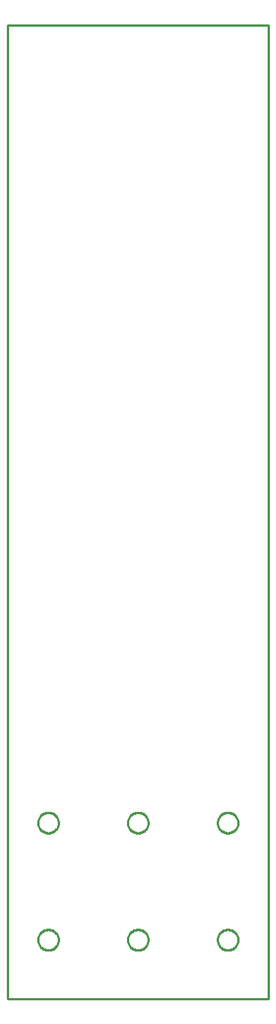
<source format=gbr>
G04 EAGLE Gerber RS-274X export*
G75*
%MOMM*%
%FSLAX34Y34*%
%LPD*%
%IN*%
%IPPOS*%
%AMOC8*
5,1,8,0,0,1.08239X$1,22.5*%
G01*
%ADD10C,0.254000*%


D10*
X0Y0D02*
X290000Y0D01*
X290000Y1080000D01*
X0Y1080000D01*
X0Y0D01*
X56430Y194551D02*
X56360Y193656D01*
X56219Y192768D01*
X56009Y191895D01*
X55732Y191041D01*
X55388Y190211D01*
X54980Y189411D01*
X54511Y188645D01*
X53983Y187918D01*
X53400Y187235D01*
X52765Y186600D01*
X52082Y186017D01*
X51355Y185489D01*
X50589Y185020D01*
X49789Y184612D01*
X48959Y184268D01*
X48105Y183991D01*
X47232Y183781D01*
X46345Y183640D01*
X45449Y183570D01*
X44551Y183570D01*
X43656Y183640D01*
X42768Y183781D01*
X41895Y183991D01*
X41041Y184268D01*
X40211Y184612D01*
X39411Y185020D01*
X38645Y185489D01*
X37918Y186017D01*
X37235Y186600D01*
X36600Y187235D01*
X36017Y187918D01*
X35489Y188645D01*
X35020Y189411D01*
X34612Y190211D01*
X34268Y191041D01*
X33991Y191895D01*
X33781Y192768D01*
X33640Y193656D01*
X33570Y194551D01*
X33570Y195449D01*
X33640Y196345D01*
X33781Y197232D01*
X33991Y198105D01*
X34268Y198959D01*
X34612Y199789D01*
X35020Y200589D01*
X35489Y201355D01*
X36017Y202082D01*
X36600Y202765D01*
X37235Y203400D01*
X37918Y203983D01*
X38645Y204511D01*
X39411Y204980D01*
X40211Y205388D01*
X41041Y205732D01*
X41895Y206009D01*
X42768Y206219D01*
X43656Y206360D01*
X44551Y206430D01*
X45449Y206430D01*
X46345Y206360D01*
X47232Y206219D01*
X48105Y206009D01*
X48959Y205732D01*
X49789Y205388D01*
X50589Y204980D01*
X51355Y204511D01*
X52082Y203983D01*
X52765Y203400D01*
X53400Y202765D01*
X53983Y202082D01*
X54511Y201355D01*
X54980Y200589D01*
X55388Y199789D01*
X55732Y198959D01*
X56009Y198105D01*
X56219Y197232D01*
X56360Y196345D01*
X56430Y195449D01*
X56430Y194551D01*
X156430Y194551D02*
X156360Y193656D01*
X156219Y192768D01*
X156009Y191895D01*
X155732Y191041D01*
X155388Y190211D01*
X154980Y189411D01*
X154511Y188645D01*
X153983Y187918D01*
X153400Y187235D01*
X152765Y186600D01*
X152082Y186017D01*
X151355Y185489D01*
X150589Y185020D01*
X149789Y184612D01*
X148959Y184268D01*
X148105Y183991D01*
X147232Y183781D01*
X146345Y183640D01*
X145449Y183570D01*
X144551Y183570D01*
X143656Y183640D01*
X142768Y183781D01*
X141895Y183991D01*
X141041Y184268D01*
X140211Y184612D01*
X139411Y185020D01*
X138645Y185489D01*
X137918Y186017D01*
X137235Y186600D01*
X136600Y187235D01*
X136017Y187918D01*
X135489Y188645D01*
X135020Y189411D01*
X134612Y190211D01*
X134268Y191041D01*
X133991Y191895D01*
X133781Y192768D01*
X133640Y193656D01*
X133570Y194551D01*
X133570Y195449D01*
X133640Y196345D01*
X133781Y197232D01*
X133991Y198105D01*
X134268Y198959D01*
X134612Y199789D01*
X135020Y200589D01*
X135489Y201355D01*
X136017Y202082D01*
X136600Y202765D01*
X137235Y203400D01*
X137918Y203983D01*
X138645Y204511D01*
X139411Y204980D01*
X140211Y205388D01*
X141041Y205732D01*
X141895Y206009D01*
X142768Y206219D01*
X143656Y206360D01*
X144551Y206430D01*
X145449Y206430D01*
X146345Y206360D01*
X147232Y206219D01*
X148105Y206009D01*
X148959Y205732D01*
X149789Y205388D01*
X150589Y204980D01*
X151355Y204511D01*
X152082Y203983D01*
X152765Y203400D01*
X153400Y202765D01*
X153983Y202082D01*
X154511Y201355D01*
X154980Y200589D01*
X155388Y199789D01*
X155732Y198959D01*
X156009Y198105D01*
X156219Y197232D01*
X156360Y196345D01*
X156430Y195449D01*
X156430Y194551D01*
X256430Y194551D02*
X256360Y193656D01*
X256219Y192768D01*
X256009Y191895D01*
X255732Y191041D01*
X255388Y190211D01*
X254980Y189411D01*
X254511Y188645D01*
X253983Y187918D01*
X253400Y187235D01*
X252765Y186600D01*
X252082Y186017D01*
X251355Y185489D01*
X250589Y185020D01*
X249789Y184612D01*
X248959Y184268D01*
X248105Y183991D01*
X247232Y183781D01*
X246345Y183640D01*
X245449Y183570D01*
X244551Y183570D01*
X243656Y183640D01*
X242768Y183781D01*
X241895Y183991D01*
X241041Y184268D01*
X240211Y184612D01*
X239411Y185020D01*
X238645Y185489D01*
X237918Y186017D01*
X237235Y186600D01*
X236600Y187235D01*
X236017Y187918D01*
X235489Y188645D01*
X235020Y189411D01*
X234612Y190211D01*
X234268Y191041D01*
X233991Y191895D01*
X233781Y192768D01*
X233640Y193656D01*
X233570Y194551D01*
X233570Y195449D01*
X233640Y196345D01*
X233781Y197232D01*
X233991Y198105D01*
X234268Y198959D01*
X234612Y199789D01*
X235020Y200589D01*
X235489Y201355D01*
X236017Y202082D01*
X236600Y202765D01*
X237235Y203400D01*
X237918Y203983D01*
X238645Y204511D01*
X239411Y204980D01*
X240211Y205388D01*
X241041Y205732D01*
X241895Y206009D01*
X242768Y206219D01*
X243656Y206360D01*
X244551Y206430D01*
X245449Y206430D01*
X246345Y206360D01*
X247232Y206219D01*
X248105Y206009D01*
X248959Y205732D01*
X249789Y205388D01*
X250589Y204980D01*
X251355Y204511D01*
X252082Y203983D01*
X252765Y203400D01*
X253400Y202765D01*
X253983Y202082D01*
X254511Y201355D01*
X254980Y200589D01*
X255388Y199789D01*
X255732Y198959D01*
X256009Y198105D01*
X256219Y197232D01*
X256360Y196345D01*
X256430Y195449D01*
X256430Y194551D01*
X33570Y65449D02*
X33640Y66345D01*
X33781Y67232D01*
X33991Y68105D01*
X34268Y68959D01*
X34612Y69789D01*
X35020Y70589D01*
X35489Y71355D01*
X36017Y72082D01*
X36600Y72765D01*
X37235Y73400D01*
X37918Y73983D01*
X38645Y74511D01*
X39411Y74980D01*
X40211Y75388D01*
X41041Y75732D01*
X41895Y76009D01*
X42768Y76219D01*
X43656Y76360D01*
X44551Y76430D01*
X45449Y76430D01*
X46345Y76360D01*
X47232Y76219D01*
X48105Y76009D01*
X48959Y75732D01*
X49789Y75388D01*
X50589Y74980D01*
X51355Y74511D01*
X52082Y73983D01*
X52765Y73400D01*
X53400Y72765D01*
X53983Y72082D01*
X54511Y71355D01*
X54980Y70589D01*
X55388Y69789D01*
X55732Y68959D01*
X56009Y68105D01*
X56219Y67232D01*
X56360Y66345D01*
X56430Y65449D01*
X56430Y64551D01*
X56360Y63656D01*
X56219Y62768D01*
X56009Y61895D01*
X55732Y61041D01*
X55388Y60211D01*
X54980Y59411D01*
X54511Y58645D01*
X53983Y57918D01*
X53400Y57235D01*
X52765Y56600D01*
X52082Y56017D01*
X51355Y55489D01*
X50589Y55020D01*
X49789Y54612D01*
X48959Y54268D01*
X48105Y53991D01*
X47232Y53781D01*
X46345Y53640D01*
X45449Y53570D01*
X44551Y53570D01*
X43656Y53640D01*
X42768Y53781D01*
X41895Y53991D01*
X41041Y54268D01*
X40211Y54612D01*
X39411Y55020D01*
X38645Y55489D01*
X37918Y56017D01*
X37235Y56600D01*
X36600Y57235D01*
X36017Y57918D01*
X35489Y58645D01*
X35020Y59411D01*
X34612Y60211D01*
X34268Y61041D01*
X33991Y61895D01*
X33781Y62768D01*
X33640Y63656D01*
X33570Y64551D01*
X33570Y65449D01*
X133570Y65449D02*
X133640Y66345D01*
X133781Y67232D01*
X133991Y68105D01*
X134268Y68959D01*
X134612Y69789D01*
X135020Y70589D01*
X135489Y71355D01*
X136017Y72082D01*
X136600Y72765D01*
X137235Y73400D01*
X137918Y73983D01*
X138645Y74511D01*
X139411Y74980D01*
X140211Y75388D01*
X141041Y75732D01*
X141895Y76009D01*
X142768Y76219D01*
X143656Y76360D01*
X144551Y76430D01*
X145449Y76430D01*
X146345Y76360D01*
X147232Y76219D01*
X148105Y76009D01*
X148959Y75732D01*
X149789Y75388D01*
X150589Y74980D01*
X151355Y74511D01*
X152082Y73983D01*
X152765Y73400D01*
X153400Y72765D01*
X153983Y72082D01*
X154511Y71355D01*
X154980Y70589D01*
X155388Y69789D01*
X155732Y68959D01*
X156009Y68105D01*
X156219Y67232D01*
X156360Y66345D01*
X156430Y65449D01*
X156430Y64551D01*
X156360Y63656D01*
X156219Y62768D01*
X156009Y61895D01*
X155732Y61041D01*
X155388Y60211D01*
X154980Y59411D01*
X154511Y58645D01*
X153983Y57918D01*
X153400Y57235D01*
X152765Y56600D01*
X152082Y56017D01*
X151355Y55489D01*
X150589Y55020D01*
X149789Y54612D01*
X148959Y54268D01*
X148105Y53991D01*
X147232Y53781D01*
X146345Y53640D01*
X145449Y53570D01*
X144551Y53570D01*
X143656Y53640D01*
X142768Y53781D01*
X141895Y53991D01*
X141041Y54268D01*
X140211Y54612D01*
X139411Y55020D01*
X138645Y55489D01*
X137918Y56017D01*
X137235Y56600D01*
X136600Y57235D01*
X136017Y57918D01*
X135489Y58645D01*
X135020Y59411D01*
X134612Y60211D01*
X134268Y61041D01*
X133991Y61895D01*
X133781Y62768D01*
X133640Y63656D01*
X133570Y64551D01*
X133570Y65449D01*
X233570Y65449D02*
X233640Y66345D01*
X233781Y67232D01*
X233991Y68105D01*
X234268Y68959D01*
X234612Y69789D01*
X235020Y70589D01*
X235489Y71355D01*
X236017Y72082D01*
X236600Y72765D01*
X237235Y73400D01*
X237918Y73983D01*
X238645Y74511D01*
X239411Y74980D01*
X240211Y75388D01*
X241041Y75732D01*
X241895Y76009D01*
X242768Y76219D01*
X243656Y76360D01*
X244551Y76430D01*
X245449Y76430D01*
X246345Y76360D01*
X247232Y76219D01*
X248105Y76009D01*
X248959Y75732D01*
X249789Y75388D01*
X250589Y74980D01*
X251355Y74511D01*
X252082Y73983D01*
X252765Y73400D01*
X253400Y72765D01*
X253983Y72082D01*
X254511Y71355D01*
X254980Y70589D01*
X255388Y69789D01*
X255732Y68959D01*
X256009Y68105D01*
X256219Y67232D01*
X256360Y66345D01*
X256430Y65449D01*
X256430Y64551D01*
X256360Y63656D01*
X256219Y62768D01*
X256009Y61895D01*
X255732Y61041D01*
X255388Y60211D01*
X254980Y59411D01*
X254511Y58645D01*
X253983Y57918D01*
X253400Y57235D01*
X252765Y56600D01*
X252082Y56017D01*
X251355Y55489D01*
X250589Y55020D01*
X249789Y54612D01*
X248959Y54268D01*
X248105Y53991D01*
X247232Y53781D01*
X246345Y53640D01*
X245449Y53570D01*
X244551Y53570D01*
X243656Y53640D01*
X242768Y53781D01*
X241895Y53991D01*
X241041Y54268D01*
X240211Y54612D01*
X239411Y55020D01*
X238645Y55489D01*
X237918Y56017D01*
X237235Y56600D01*
X236600Y57235D01*
X236017Y57918D01*
X235489Y58645D01*
X235020Y59411D01*
X234612Y60211D01*
X234268Y61041D01*
X233991Y61895D01*
X233781Y62768D01*
X233640Y63656D01*
X233570Y64551D01*
X233570Y65449D01*
M02*

</source>
